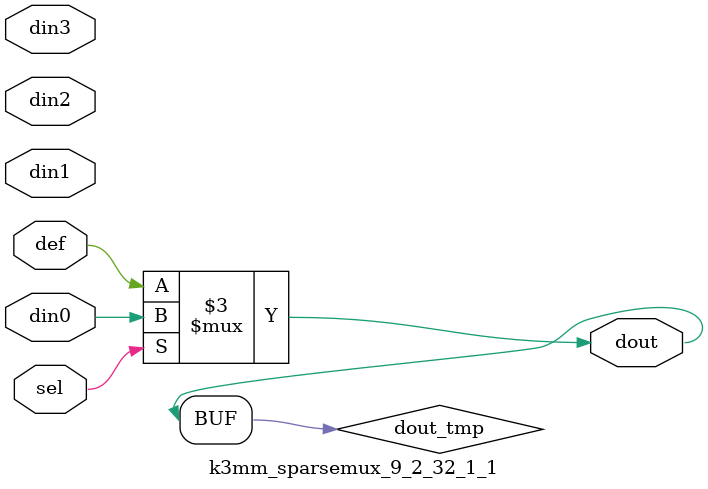
<source format=v>
`timescale 1ns / 1ps

module k3mm_sparsemux_9_2_32_1_1 (din0,din1,din2,din3,def,sel,dout);

parameter din0_WIDTH = 1;

parameter din1_WIDTH = 1;

parameter din2_WIDTH = 1;

parameter din3_WIDTH = 1;

parameter def_WIDTH = 1;
parameter sel_WIDTH = 1;
parameter dout_WIDTH = 1;

parameter [sel_WIDTH-1:0] CASE0 = 1;

parameter [sel_WIDTH-1:0] CASE1 = 1;

parameter [sel_WIDTH-1:0] CASE2 = 1;

parameter [sel_WIDTH-1:0] CASE3 = 1;

parameter ID = 1;
parameter NUM_STAGE = 1;



input [din0_WIDTH-1:0] din0;

input [din1_WIDTH-1:0] din1;

input [din2_WIDTH-1:0] din2;

input [din3_WIDTH-1:0] din3;

input [def_WIDTH-1:0] def;
input [sel_WIDTH-1:0] sel;

output [dout_WIDTH-1:0] dout;



reg [dout_WIDTH-1:0] dout_tmp;

always @ (*) begin
case (sel)
    
    CASE0 : dout_tmp = din0;
    
    CASE1 : dout_tmp = din1;
    
    CASE2 : dout_tmp = din2;
    
    CASE3 : dout_tmp = din3;
    
    default : dout_tmp = def;
endcase
end


assign dout = dout_tmp;



endmodule

</source>
